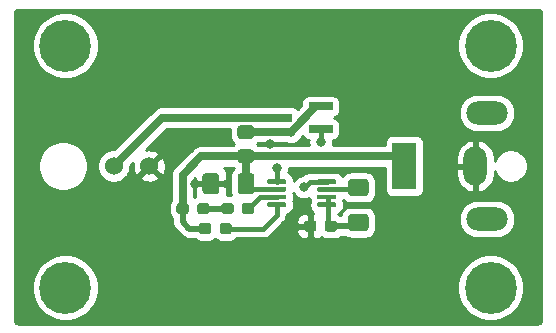
<source format=gbr>
%TF.GenerationSoftware,KiCad,Pcbnew,(5.1.6)-1*%
%TF.CreationDate,2022-05-27T14:19:17+02:00*%
%TF.ProjectId,Charger,43686172-6765-4722-9e6b-696361645f70,V1.0*%
%TF.SameCoordinates,Original*%
%TF.FileFunction,Copper,L1,Top*%
%TF.FilePolarity,Positive*%
%FSLAX46Y46*%
G04 Gerber Fmt 4.6, Leading zero omitted, Abs format (unit mm)*
G04 Created by KiCad (PCBNEW (5.1.6)-1) date 2022-05-27 14:19:17*
%MOMM*%
%LPD*%
G01*
G04 APERTURE LIST*
%TA.AperFunction,ComponentPad*%
%ADD10C,1.530000*%
%TD*%
%TA.AperFunction,ComponentPad*%
%ADD11C,4.400000*%
%TD*%
%TA.AperFunction,ComponentPad*%
%ADD12O,3.500000X2.000000*%
%TD*%
%TA.AperFunction,ComponentPad*%
%ADD13O,2.000000X3.300000*%
%TD*%
%TA.AperFunction,ComponentPad*%
%ADD14R,2.000000X4.000000*%
%TD*%
%TA.AperFunction,SMDPad,CuDef*%
%ADD15R,2.000000X0.650000*%
%TD*%
%TA.AperFunction,ViaPad*%
%ADD16C,0.800000*%
%TD*%
%TA.AperFunction,Conductor*%
%ADD17C,0.500000*%
%TD*%
%TA.AperFunction,Conductor*%
%ADD18C,0.650000*%
%TD*%
%TA.AperFunction,Conductor*%
%ADD19C,0.400000*%
%TD*%
%TA.AperFunction,Conductor*%
%ADD20C,0.250000*%
%TD*%
%TA.AperFunction,Conductor*%
%ADD21C,0.254000*%
%TD*%
G04 APERTURE END LIST*
D10*
%TO.P,J2,2*%
%TO.N,GNDREF*%
X140100000Y-88200000D03*
%TO.P,J2,1*%
%TO.N,Net-(J2-Pad1)*%
X137100000Y-88200000D03*
%TD*%
D11*
%TO.P,H4,1*%
%TO.N,N/C*%
X169000000Y-78000000D03*
%TD*%
%TO.P,H3,1*%
%TO.N,N/C*%
X169000000Y-98500000D03*
%TD*%
%TO.P,H2,1*%
%TO.N,N/C*%
X133000000Y-98500000D03*
%TD*%
%TO.P,H1,1*%
%TO.N,N/C*%
X133000000Y-78000000D03*
%TD*%
%TO.P,R1,2*%
%TO.N,Net-(Q1-Pad2)*%
%TA.AperFunction,SMDPad,CuDef*%
G36*
G01*
X148710001Y-85900000D02*
X147809999Y-85900000D01*
G75*
G02*
X147560000Y-85650001I0J249999D01*
G01*
X147560000Y-84999999D01*
G75*
G02*
X147809999Y-84750000I249999J0D01*
G01*
X148710001Y-84750000D01*
G75*
G02*
X148960000Y-84999999I0J-249999D01*
G01*
X148960000Y-85650001D01*
G75*
G02*
X148710001Y-85900000I-249999J0D01*
G01*
G37*
%TD.AperFunction*%
%TO.P,R1,1*%
%TO.N,Net-(C1-Pad1)*%
%TA.AperFunction,SMDPad,CuDef*%
G36*
G01*
X148710001Y-87950000D02*
X147809999Y-87950000D01*
G75*
G02*
X147560000Y-87700001I0J249999D01*
G01*
X147560000Y-87049999D01*
G75*
G02*
X147809999Y-86800000I249999J0D01*
G01*
X148710001Y-86800000D01*
G75*
G02*
X148960000Y-87049999I0J-249999D01*
G01*
X148960000Y-87700001D01*
G75*
G02*
X148710001Y-87950000I-249999J0D01*
G01*
G37*
%TD.AperFunction*%
%TD*%
%TO.P,U1,8*%
%TO.N,Net-(Q1-Pad1)*%
%TA.AperFunction,SMDPad,CuDef*%
G36*
G01*
X154300000Y-89625000D02*
X154300000Y-89425000D01*
G75*
G02*
X154400000Y-89325000I100000J0D01*
G01*
X155825000Y-89325000D01*
G75*
G02*
X155925000Y-89425000I0J-100000D01*
G01*
X155925000Y-89625000D01*
G75*
G02*
X155825000Y-89725000I-100000J0D01*
G01*
X154400000Y-89725000D01*
G75*
G02*
X154300000Y-89625000I0J100000D01*
G01*
G37*
%TD.AperFunction*%
%TO.P,U1,7*%
%TO.N,Net-(C2-Pad1)*%
%TA.AperFunction,SMDPad,CuDef*%
G36*
G01*
X154300000Y-90275000D02*
X154300000Y-90075000D01*
G75*
G02*
X154400000Y-89975000I100000J0D01*
G01*
X155825000Y-89975000D01*
G75*
G02*
X155925000Y-90075000I0J-100000D01*
G01*
X155925000Y-90275000D01*
G75*
G02*
X155825000Y-90375000I-100000J0D01*
G01*
X154400000Y-90375000D01*
G75*
G02*
X154300000Y-90275000I0J100000D01*
G01*
G37*
%TD.AperFunction*%
%TO.P,U1,6*%
%TO.N,Net-(C2-Pad2)*%
%TA.AperFunction,SMDPad,CuDef*%
G36*
G01*
X154300000Y-90925000D02*
X154300000Y-90725000D01*
G75*
G02*
X154400000Y-90625000I100000J0D01*
G01*
X155825000Y-90625000D01*
G75*
G02*
X155925000Y-90725000I0J-100000D01*
G01*
X155925000Y-90925000D01*
G75*
G02*
X155825000Y-91025000I-100000J0D01*
G01*
X154400000Y-91025000D01*
G75*
G02*
X154300000Y-90925000I0J100000D01*
G01*
G37*
%TD.AperFunction*%
%TO.P,U1,5*%
%TA.AperFunction,SMDPad,CuDef*%
G36*
G01*
X154300000Y-91575000D02*
X154300000Y-91375000D01*
G75*
G02*
X154400000Y-91275000I100000J0D01*
G01*
X155825000Y-91275000D01*
G75*
G02*
X155925000Y-91375000I0J-100000D01*
G01*
X155925000Y-91575000D01*
G75*
G02*
X155825000Y-91675000I-100000J0D01*
G01*
X154400000Y-91675000D01*
G75*
G02*
X154300000Y-91575000I0J100000D01*
G01*
G37*
%TD.AperFunction*%
%TO.P,U1,4*%
%TO.N,Net-(R3-Pad1)*%
%TA.AperFunction,SMDPad,CuDef*%
G36*
G01*
X150075000Y-91575000D02*
X150075000Y-91375000D01*
G75*
G02*
X150175000Y-91275000I100000J0D01*
G01*
X151600000Y-91275000D01*
G75*
G02*
X151700000Y-91375000I0J-100000D01*
G01*
X151700000Y-91575000D01*
G75*
G02*
X151600000Y-91675000I-100000J0D01*
G01*
X150175000Y-91675000D01*
G75*
G02*
X150075000Y-91575000I0J100000D01*
G01*
G37*
%TD.AperFunction*%
%TO.P,U1,3*%
%TO.N,Net-(D1-Pad1)*%
%TA.AperFunction,SMDPad,CuDef*%
G36*
G01*
X150075000Y-90925000D02*
X150075000Y-90725000D01*
G75*
G02*
X150175000Y-90625000I100000J0D01*
G01*
X151600000Y-90625000D01*
G75*
G02*
X151700000Y-90725000I0J-100000D01*
G01*
X151700000Y-90925000D01*
G75*
G02*
X151600000Y-91025000I-100000J0D01*
G01*
X150175000Y-91025000D01*
G75*
G02*
X150075000Y-90925000I0J100000D01*
G01*
G37*
%TD.AperFunction*%
%TO.P,U1,2*%
%TO.N,Net-(C1-Pad1)*%
%TA.AperFunction,SMDPad,CuDef*%
G36*
G01*
X150075000Y-90275000D02*
X150075000Y-90075000D01*
G75*
G02*
X150175000Y-89975000I100000J0D01*
G01*
X151600000Y-89975000D01*
G75*
G02*
X151700000Y-90075000I0J-100000D01*
G01*
X151700000Y-90275000D01*
G75*
G02*
X151600000Y-90375000I-100000J0D01*
G01*
X150175000Y-90375000D01*
G75*
G02*
X150075000Y-90275000I0J100000D01*
G01*
G37*
%TD.AperFunction*%
%TO.P,U1,1*%
%TO.N,Net-(Q1-Pad2)*%
%TA.AperFunction,SMDPad,CuDef*%
G36*
G01*
X150075000Y-89625000D02*
X150075000Y-89425000D01*
G75*
G02*
X150175000Y-89325000I100000J0D01*
G01*
X151600000Y-89325000D01*
G75*
G02*
X151700000Y-89425000I0J-100000D01*
G01*
X151700000Y-89625000D01*
G75*
G02*
X151600000Y-89725000I-100000J0D01*
G01*
X150175000Y-89725000D01*
G75*
G02*
X150075000Y-89625000I0J100000D01*
G01*
G37*
%TD.AperFunction*%
%TD*%
D12*
%TO.P,J1,MP*%
%TO.N,N/C*%
X168700000Y-83700000D03*
X168700000Y-92700000D03*
D13*
%TO.P,J1,2*%
%TO.N,GNDREF*%
X167700000Y-88200000D03*
D14*
%TO.P,J1,1*%
%TO.N,Net-(C1-Pad1)*%
X161700000Y-88200000D03*
%TD*%
%TO.P,R3,2*%
%TO.N,Net-(C1-Pad1)*%
%TA.AperFunction,SMDPad,CuDef*%
G36*
G01*
X145350000Y-93262500D02*
X145350000Y-93737500D01*
G75*
G02*
X145112500Y-93975000I-237500J0D01*
G01*
X144537500Y-93975000D01*
G75*
G02*
X144300000Y-93737500I0J237500D01*
G01*
X144300000Y-93262500D01*
G75*
G02*
X144537500Y-93025000I237500J0D01*
G01*
X145112500Y-93025000D01*
G75*
G02*
X145350000Y-93262500I0J-237500D01*
G01*
G37*
%TD.AperFunction*%
%TO.P,R3,1*%
%TO.N,Net-(R3-Pad1)*%
%TA.AperFunction,SMDPad,CuDef*%
G36*
G01*
X147100000Y-93262500D02*
X147100000Y-93737500D01*
G75*
G02*
X146862500Y-93975000I-237500J0D01*
G01*
X146287500Y-93975000D01*
G75*
G02*
X146050000Y-93737500I0J237500D01*
G01*
X146050000Y-93262500D01*
G75*
G02*
X146287500Y-93025000I237500J0D01*
G01*
X146862500Y-93025000D01*
G75*
G02*
X147100000Y-93262500I0J-237500D01*
G01*
G37*
%TD.AperFunction*%
%TD*%
%TO.P,R2,2*%
%TO.N,Net-(C1-Pad1)*%
%TA.AperFunction,SMDPad,CuDef*%
G36*
G01*
X143450000Y-91562500D02*
X143450000Y-92037500D01*
G75*
G02*
X143212500Y-92275000I-237500J0D01*
G01*
X142637500Y-92275000D01*
G75*
G02*
X142400000Y-92037500I0J237500D01*
G01*
X142400000Y-91562500D01*
G75*
G02*
X142637500Y-91325000I237500J0D01*
G01*
X143212500Y-91325000D01*
G75*
G02*
X143450000Y-91562500I0J-237500D01*
G01*
G37*
%TD.AperFunction*%
%TO.P,R2,1*%
%TO.N,Net-(D1-Pad2)*%
%TA.AperFunction,SMDPad,CuDef*%
G36*
G01*
X145200000Y-91562500D02*
X145200000Y-92037500D01*
G75*
G02*
X144962500Y-92275000I-237500J0D01*
G01*
X144387500Y-92275000D01*
G75*
G02*
X144150000Y-92037500I0J237500D01*
G01*
X144150000Y-91562500D01*
G75*
G02*
X144387500Y-91325000I237500J0D01*
G01*
X144962500Y-91325000D01*
G75*
G02*
X145200000Y-91562500I0J-237500D01*
G01*
G37*
%TD.AperFunction*%
%TD*%
D15*
%TO.P,Q1,3*%
%TO.N,Net-(J2-Pad1)*%
X151190000Y-84100000D03*
%TO.P,Q1,2*%
%TO.N,Net-(Q1-Pad2)*%
X154610000Y-83150000D03*
%TO.P,Q1,1*%
%TO.N,Net-(Q1-Pad1)*%
X154610000Y-85050000D03*
%TD*%
%TO.P,D1,2*%
%TO.N,Net-(D1-Pad2)*%
%TA.AperFunction,SMDPad,CuDef*%
G36*
G01*
X147250000Y-91562500D02*
X147250000Y-92037500D01*
G75*
G02*
X147012500Y-92275000I-237500J0D01*
G01*
X146437500Y-92275000D01*
G75*
G02*
X146200000Y-92037500I0J237500D01*
G01*
X146200000Y-91562500D01*
G75*
G02*
X146437500Y-91325000I237500J0D01*
G01*
X147012500Y-91325000D01*
G75*
G02*
X147250000Y-91562500I0J-237500D01*
G01*
G37*
%TD.AperFunction*%
%TO.P,D1,1*%
%TO.N,Net-(D1-Pad1)*%
%TA.AperFunction,SMDPad,CuDef*%
G36*
G01*
X149000000Y-91562500D02*
X149000000Y-92037500D01*
G75*
G02*
X148762500Y-92275000I-237500J0D01*
G01*
X148187500Y-92275000D01*
G75*
G02*
X147950000Y-92037500I0J237500D01*
G01*
X147950000Y-91562500D01*
G75*
G02*
X148187500Y-91325000I237500J0D01*
G01*
X148762500Y-91325000D01*
G75*
G02*
X149000000Y-91562500I0J-237500D01*
G01*
G37*
%TD.AperFunction*%
%TD*%
%TO.P,C3,2*%
%TO.N,GNDREF*%
%TA.AperFunction,SMDPad,CuDef*%
G36*
G01*
X154250000Y-93062500D02*
X154250000Y-93537500D01*
G75*
G02*
X154012500Y-93775000I-237500J0D01*
G01*
X153437500Y-93775000D01*
G75*
G02*
X153200000Y-93537500I0J237500D01*
G01*
X153200000Y-93062500D01*
G75*
G02*
X153437500Y-92825000I237500J0D01*
G01*
X154012500Y-92825000D01*
G75*
G02*
X154250000Y-93062500I0J-237500D01*
G01*
G37*
%TD.AperFunction*%
%TO.P,C3,1*%
%TO.N,Net-(C2-Pad2)*%
%TA.AperFunction,SMDPad,CuDef*%
G36*
G01*
X156000000Y-93062500D02*
X156000000Y-93537500D01*
G75*
G02*
X155762500Y-93775000I-237500J0D01*
G01*
X155187500Y-93775000D01*
G75*
G02*
X154950000Y-93537500I0J237500D01*
G01*
X154950000Y-93062500D01*
G75*
G02*
X155187500Y-92825000I237500J0D01*
G01*
X155762500Y-92825000D01*
G75*
G02*
X156000000Y-93062500I0J-237500D01*
G01*
G37*
%TD.AperFunction*%
%TD*%
%TO.P,C2,2*%
%TO.N,Net-(C2-Pad2)*%
%TA.AperFunction,SMDPad,CuDef*%
G36*
G01*
X157175000Y-92275000D02*
X158425000Y-92275000D01*
G75*
G02*
X158675000Y-92525000I0J-250000D01*
G01*
X158675000Y-93450000D01*
G75*
G02*
X158425000Y-93700000I-250000J0D01*
G01*
X157175000Y-93700000D01*
G75*
G02*
X156925000Y-93450000I0J250000D01*
G01*
X156925000Y-92525000D01*
G75*
G02*
X157175000Y-92275000I250000J0D01*
G01*
G37*
%TD.AperFunction*%
%TO.P,C2,1*%
%TO.N,Net-(C2-Pad1)*%
%TA.AperFunction,SMDPad,CuDef*%
G36*
G01*
X157175000Y-89300000D02*
X158425000Y-89300000D01*
G75*
G02*
X158675000Y-89550000I0J-250000D01*
G01*
X158675000Y-90475000D01*
G75*
G02*
X158425000Y-90725000I-250000J0D01*
G01*
X157175000Y-90725000D01*
G75*
G02*
X156925000Y-90475000I0J250000D01*
G01*
X156925000Y-89550000D01*
G75*
G02*
X157175000Y-89300000I250000J0D01*
G01*
G37*
%TD.AperFunction*%
%TD*%
%TO.P,C1,2*%
%TO.N,GNDREF*%
%TA.AperFunction,SMDPad,CuDef*%
G36*
G01*
X146025000Y-89075000D02*
X146025000Y-90325000D01*
G75*
G02*
X145775000Y-90575000I-250000J0D01*
G01*
X144850000Y-90575000D01*
G75*
G02*
X144600000Y-90325000I0J250000D01*
G01*
X144600000Y-89075000D01*
G75*
G02*
X144850000Y-88825000I250000J0D01*
G01*
X145775000Y-88825000D01*
G75*
G02*
X146025000Y-89075000I0J-250000D01*
G01*
G37*
%TD.AperFunction*%
%TO.P,C1,1*%
%TO.N,Net-(C1-Pad1)*%
%TA.AperFunction,SMDPad,CuDef*%
G36*
G01*
X149000000Y-89075000D02*
X149000000Y-90325000D01*
G75*
G02*
X148750000Y-90575000I-250000J0D01*
G01*
X147825000Y-90575000D01*
G75*
G02*
X147575000Y-90325000I0J250000D01*
G01*
X147575000Y-89075000D01*
G75*
G02*
X147825000Y-88825000I250000J0D01*
G01*
X148750000Y-88825000D01*
G75*
G02*
X149000000Y-89075000I0J-250000D01*
G01*
G37*
%TD.AperFunction*%
%TD*%
D16*
%TO.N,GNDREF*%
X130291667Y-81942500D03*
X130291667Y-90942500D03*
X134291667Y-84942500D03*
X134291667Y-93942500D03*
X137291667Y-76942500D03*
X137291667Y-97942500D03*
X138291667Y-90942500D03*
X139291667Y-81942500D03*
X141291667Y-94942500D03*
X142291667Y-85942500D03*
X143000000Y-77942500D03*
X143291667Y-99942500D03*
X146291667Y-81942500D03*
X147291667Y-95942500D03*
X149291667Y-76942500D03*
X150291667Y-99942500D03*
X152000000Y-80500000D03*
X152291667Y-92942500D03*
X155291667Y-96942500D03*
X156291667Y-76942500D03*
X157291667Y-82942500D03*
X159291667Y-99942500D03*
X160291667Y-91942500D03*
X161291667Y-78942500D03*
X163291667Y-83942500D03*
X163291667Y-95942500D03*
X165291667Y-88942500D03*
X172291667Y-80942500D03*
X172291667Y-94942500D03*
X146700000Y-89700000D03*
X150300000Y-86300000D03*
X144000000Y-89700000D03*
%TO.N,Net-(Q1-Pad2)*%
X152064998Y-85325000D03*
X150900000Y-88400000D03*
%TO.N,Net-(Q1-Pad1)*%
X154610000Y-86190000D03*
X153200000Y-90000000D03*
%TD*%
D17*
%TO.N,Net-(C1-Pad1)*%
X142925000Y-91800000D02*
X142925000Y-92925000D01*
X143500000Y-93500000D02*
X144825000Y-93500000D01*
X142925000Y-92925000D02*
X143500000Y-93500000D01*
D18*
X148260000Y-89672500D02*
X148287500Y-89700000D01*
X148260000Y-87375000D02*
X148260000Y-89672500D01*
X142925000Y-88925000D02*
X142925000Y-91800000D01*
X148260000Y-87375000D02*
X144475000Y-87375000D01*
X144475000Y-87375000D02*
X142925000Y-88925000D01*
D19*
X148762500Y-90175000D02*
X148287500Y-89700000D01*
X150887500Y-90175000D02*
X148762500Y-90175000D01*
D18*
X160875000Y-87375000D02*
X161700000Y-88200000D01*
X148260000Y-87375000D02*
X160875000Y-87375000D01*
D17*
%TO.N,Net-(C2-Pad2)*%
X157487500Y-93300000D02*
X155475000Y-93300000D01*
X157800000Y-92987500D02*
X157487500Y-93300000D01*
D19*
X155112500Y-90825000D02*
X155250000Y-90962500D01*
X155250000Y-93075000D02*
X155475000Y-93300000D01*
X155250000Y-90962500D02*
X155250000Y-93075000D01*
%TO.N,Net-(C2-Pad1)*%
X157637500Y-90175000D02*
X157800000Y-90012500D01*
X155112500Y-90175000D02*
X157637500Y-90175000D01*
D17*
%TO.N,Net-(D1-Pad2)*%
X144675000Y-91800000D02*
X146725000Y-91800000D01*
%TO.N,Net-(D1-Pad1)*%
X148475000Y-91800000D02*
X148600000Y-91800000D01*
D19*
X149450000Y-90825000D02*
X150887500Y-90825000D01*
X148475000Y-91800000D02*
X149450000Y-90825000D01*
D18*
%TO.N,Net-(J2-Pad1)*%
X141200000Y-84100000D02*
X137100000Y-88200000D01*
X151190000Y-84100000D02*
X141200000Y-84100000D01*
%TO.N,Net-(Q1-Pad2)*%
X152064998Y-85325000D02*
X148260000Y-85325000D01*
X154610000Y-83150000D02*
X154239998Y-83150000D01*
X154239998Y-83150000D02*
X152064998Y-85325000D01*
D19*
X150887500Y-89525000D02*
X150887500Y-88412500D01*
D20*
X150887500Y-88412500D02*
X150900000Y-88400000D01*
D19*
%TO.N,Net-(Q1-Pad1)*%
X154610000Y-85050000D02*
X154610000Y-86190000D01*
X155112500Y-89525000D02*
X153675000Y-89525000D01*
X153675000Y-89525000D02*
X153200000Y-90000000D01*
%TO.N,Net-(R3-Pad1)*%
X146575000Y-93500000D02*
X149750000Y-93500000D01*
X150887500Y-92362500D02*
X150887500Y-91475000D01*
X149750000Y-93500000D02*
X150887500Y-92362500D01*
%TD*%
D21*
%TO.N,GNDREF*%
G36*
X173055665Y-74968863D02*
G01*
X173109214Y-74985030D01*
X173158597Y-75011288D01*
X173201945Y-75046641D01*
X173237600Y-75089740D01*
X173264201Y-75138937D01*
X173280742Y-75192375D01*
X173290001Y-75280464D01*
X173290000Y-101215279D01*
X173281138Y-101305664D01*
X173264970Y-101359214D01*
X173238712Y-101408597D01*
X173203357Y-101451947D01*
X173160261Y-101487599D01*
X173111063Y-101514201D01*
X173057625Y-101530742D01*
X172969545Y-101540000D01*
X129034721Y-101540000D01*
X128944336Y-101531138D01*
X128890786Y-101514970D01*
X128841403Y-101488712D01*
X128798053Y-101453357D01*
X128762401Y-101410261D01*
X128735799Y-101361063D01*
X128719258Y-101307625D01*
X128710000Y-101219545D01*
X128710000Y-98220777D01*
X130165000Y-98220777D01*
X130165000Y-98779223D01*
X130273948Y-99326939D01*
X130487656Y-99842876D01*
X130797912Y-100307207D01*
X131192793Y-100702088D01*
X131657124Y-101012344D01*
X132173061Y-101226052D01*
X132720777Y-101335000D01*
X133279223Y-101335000D01*
X133826939Y-101226052D01*
X134342876Y-101012344D01*
X134807207Y-100702088D01*
X135202088Y-100307207D01*
X135512344Y-99842876D01*
X135726052Y-99326939D01*
X135835000Y-98779223D01*
X135835000Y-98220777D01*
X166165000Y-98220777D01*
X166165000Y-98779223D01*
X166273948Y-99326939D01*
X166487656Y-99842876D01*
X166797912Y-100307207D01*
X167192793Y-100702088D01*
X167657124Y-101012344D01*
X168173061Y-101226052D01*
X168720777Y-101335000D01*
X169279223Y-101335000D01*
X169826939Y-101226052D01*
X170342876Y-101012344D01*
X170807207Y-100702088D01*
X171202088Y-100307207D01*
X171512344Y-99842876D01*
X171726052Y-99326939D01*
X171835000Y-98779223D01*
X171835000Y-98220777D01*
X171726052Y-97673061D01*
X171512344Y-97157124D01*
X171202088Y-96692793D01*
X170807207Y-96297912D01*
X170342876Y-95987656D01*
X169826939Y-95773948D01*
X169279223Y-95665000D01*
X168720777Y-95665000D01*
X168173061Y-95773948D01*
X167657124Y-95987656D01*
X167192793Y-96297912D01*
X166797912Y-96692793D01*
X166487656Y-97157124D01*
X166273948Y-97673061D01*
X166165000Y-98220777D01*
X135835000Y-98220777D01*
X135726052Y-97673061D01*
X135512344Y-97157124D01*
X135202088Y-96692793D01*
X134807207Y-96297912D01*
X134342876Y-95987656D01*
X133826939Y-95773948D01*
X133279223Y-95665000D01*
X132720777Y-95665000D01*
X132173061Y-95773948D01*
X131657124Y-95987656D01*
X131192793Y-96297912D01*
X130797912Y-96692793D01*
X130487656Y-97157124D01*
X130273948Y-97673061D01*
X130165000Y-98220777D01*
X128710000Y-98220777D01*
X128710000Y-87989721D01*
X130665000Y-87989721D01*
X130665000Y-88410279D01*
X130747047Y-88822756D01*
X130907988Y-89211302D01*
X131141637Y-89560983D01*
X131439017Y-89858363D01*
X131788698Y-90092012D01*
X132177244Y-90252953D01*
X132589721Y-90335000D01*
X133010279Y-90335000D01*
X133422756Y-90252953D01*
X133811302Y-90092012D01*
X134160983Y-89858363D01*
X134458363Y-89560983D01*
X134692012Y-89211302D01*
X134852953Y-88822756D01*
X134935000Y-88410279D01*
X134935000Y-88062112D01*
X135700000Y-88062112D01*
X135700000Y-88337888D01*
X135753801Y-88608365D01*
X135859336Y-88863149D01*
X136012549Y-89092448D01*
X136207552Y-89287451D01*
X136436851Y-89440664D01*
X136691635Y-89546199D01*
X136962112Y-89600000D01*
X137237888Y-89600000D01*
X137508365Y-89546199D01*
X137763149Y-89440664D01*
X137992448Y-89287451D01*
X138112192Y-89167707D01*
X139311898Y-89167707D01*
X139379240Y-89408106D01*
X139628780Y-89525506D01*
X139896427Y-89591967D01*
X140171899Y-89604936D01*
X140444607Y-89563914D01*
X140704072Y-89470478D01*
X140820760Y-89408106D01*
X140888102Y-89167707D01*
X140100000Y-88379605D01*
X139311898Y-89167707D01*
X138112192Y-89167707D01*
X138187451Y-89092448D01*
X138340664Y-88863149D01*
X138446199Y-88608365D01*
X138500000Y-88337888D01*
X138500000Y-88157644D01*
X138723498Y-87934146D01*
X138708033Y-87996427D01*
X138695064Y-88271899D01*
X138736086Y-88544607D01*
X138829522Y-88804072D01*
X138891894Y-88920760D01*
X139132293Y-88988102D01*
X139920395Y-88200000D01*
X140279605Y-88200000D01*
X141067707Y-88988102D01*
X141308106Y-88920760D01*
X141425506Y-88671220D01*
X141491967Y-88403573D01*
X141504936Y-88128101D01*
X141463914Y-87855393D01*
X141370478Y-87595928D01*
X141308106Y-87479240D01*
X141067707Y-87411898D01*
X140279605Y-88200000D01*
X139920395Y-88200000D01*
X139906253Y-88185858D01*
X140085858Y-88006253D01*
X140100000Y-88020395D01*
X140888102Y-87232293D01*
X140820760Y-86991894D01*
X140571220Y-86874494D01*
X140303573Y-86808033D01*
X140028101Y-86795064D01*
X139833274Y-86824371D01*
X141597645Y-85060000D01*
X146921928Y-85060000D01*
X146921928Y-85650001D01*
X146938992Y-85823255D01*
X146989528Y-85989851D01*
X147071595Y-86143387D01*
X147182038Y-86277962D01*
X147269816Y-86350000D01*
X147190614Y-86415000D01*
X144522151Y-86415000D01*
X144474999Y-86410356D01*
X144427847Y-86415000D01*
X144427838Y-86415000D01*
X144286807Y-86428890D01*
X144105846Y-86483784D01*
X143939071Y-86572927D01*
X143837669Y-86656146D01*
X143792893Y-86692893D01*
X143762829Y-86729526D01*
X142279531Y-88212825D01*
X142242893Y-88242893D01*
X142122927Y-88389072D01*
X142033784Y-88555847D01*
X141978890Y-88736808D01*
X141965000Y-88877839D01*
X141965000Y-88877848D01*
X141960356Y-88925000D01*
X141965000Y-88972152D01*
X141965001Y-91008416D01*
X141909488Y-91076058D01*
X141828577Y-91227433D01*
X141778752Y-91391684D01*
X141761928Y-91562500D01*
X141761928Y-92037500D01*
X141778752Y-92208316D01*
X141828577Y-92372567D01*
X141909488Y-92523942D01*
X142018377Y-92656623D01*
X142040001Y-92674369D01*
X142040001Y-92881522D01*
X142035719Y-92925000D01*
X142052805Y-93098490D01*
X142103412Y-93265313D01*
X142185590Y-93419059D01*
X142268468Y-93520046D01*
X142268471Y-93520049D01*
X142296184Y-93553817D01*
X142329952Y-93581530D01*
X142843466Y-94095044D01*
X142871183Y-94128817D01*
X143005941Y-94239411D01*
X143159687Y-94321589D01*
X143326510Y-94372195D01*
X143456523Y-94385000D01*
X143456531Y-94385000D01*
X143500000Y-94389281D01*
X143543469Y-94385000D01*
X143952954Y-94385000D01*
X144051058Y-94465512D01*
X144202433Y-94546423D01*
X144366684Y-94596248D01*
X144537500Y-94613072D01*
X145112500Y-94613072D01*
X145283316Y-94596248D01*
X145447567Y-94546423D01*
X145598942Y-94465512D01*
X145700000Y-94382575D01*
X145801058Y-94465512D01*
X145952433Y-94546423D01*
X146116684Y-94596248D01*
X146287500Y-94613072D01*
X146862500Y-94613072D01*
X147033316Y-94596248D01*
X147197567Y-94546423D01*
X147348942Y-94465512D01*
X147481623Y-94356623D01*
X147499369Y-94335000D01*
X149708982Y-94335000D01*
X149750000Y-94339040D01*
X149791018Y-94335000D01*
X149791019Y-94335000D01*
X149913689Y-94322918D01*
X150071087Y-94275172D01*
X150216146Y-94197636D01*
X150343291Y-94093291D01*
X150369445Y-94061422D01*
X150655867Y-93775000D01*
X152561928Y-93775000D01*
X152574188Y-93899482D01*
X152610498Y-94019180D01*
X152669463Y-94129494D01*
X152748815Y-94226185D01*
X152845506Y-94305537D01*
X152955820Y-94364502D01*
X153075518Y-94400812D01*
X153200000Y-94413072D01*
X153439250Y-94410000D01*
X153598000Y-94251250D01*
X153598000Y-93427000D01*
X152723750Y-93427000D01*
X152565000Y-93585750D01*
X152561928Y-93775000D01*
X150655867Y-93775000D01*
X151448933Y-92981936D01*
X151480791Y-92955791D01*
X151521072Y-92906709D01*
X151585136Y-92828646D01*
X151587084Y-92825000D01*
X152561928Y-92825000D01*
X152565000Y-93014250D01*
X152723750Y-93173000D01*
X153598000Y-93173000D01*
X153598000Y-92348750D01*
X153439250Y-92190000D01*
X153200000Y-92186928D01*
X153075518Y-92199188D01*
X152955820Y-92235498D01*
X152845506Y-92294463D01*
X152748815Y-92373815D01*
X152669463Y-92470506D01*
X152610498Y-92580820D01*
X152574188Y-92700518D01*
X152561928Y-92825000D01*
X151587084Y-92825000D01*
X151662672Y-92683587D01*
X151710418Y-92526189D01*
X151726540Y-92362500D01*
X151722500Y-92321482D01*
X151722500Y-92301007D01*
X151743991Y-92298890D01*
X151882448Y-92256890D01*
X152010051Y-92188684D01*
X152121896Y-92096896D01*
X152213684Y-91985051D01*
X152281890Y-91857448D01*
X152323890Y-91718991D01*
X152338072Y-91575000D01*
X152338072Y-91375000D01*
X152323890Y-91231009D01*
X152299316Y-91150000D01*
X152323890Y-91068991D01*
X152338072Y-90925000D01*
X152338072Y-90725000D01*
X152323890Y-90581009D01*
X152307640Y-90527439D01*
X152396063Y-90659774D01*
X152540226Y-90803937D01*
X152709744Y-90917205D01*
X152898102Y-90995226D01*
X153098061Y-91035000D01*
X153301939Y-91035000D01*
X153501898Y-90995226D01*
X153662301Y-90928785D01*
X153676110Y-91068991D01*
X153700684Y-91150000D01*
X153676110Y-91231009D01*
X153661928Y-91375000D01*
X153661928Y-91575000D01*
X153676110Y-91718991D01*
X153718110Y-91857448D01*
X153786316Y-91985051D01*
X153878104Y-92096896D01*
X153989949Y-92188684D01*
X154004362Y-92196388D01*
X153852000Y-92348750D01*
X153852000Y-93173000D01*
X153872000Y-93173000D01*
X153872000Y-93427000D01*
X153852000Y-93427000D01*
X153852000Y-94251250D01*
X154010750Y-94410000D01*
X154250000Y-94413072D01*
X154374482Y-94400812D01*
X154494180Y-94364502D01*
X154604494Y-94305537D01*
X154677161Y-94245901D01*
X154701058Y-94265512D01*
X154852433Y-94346423D01*
X155016684Y-94396248D01*
X155187500Y-94413072D01*
X155762500Y-94413072D01*
X155933316Y-94396248D01*
X156097567Y-94346423D01*
X156248942Y-94265512D01*
X156347046Y-94185000D01*
X156677465Y-94185000D01*
X156681614Y-94188405D01*
X156835150Y-94270472D01*
X157001746Y-94321008D01*
X157175000Y-94338072D01*
X158425000Y-94338072D01*
X158598254Y-94321008D01*
X158764850Y-94270472D01*
X158918386Y-94188405D01*
X159052962Y-94077962D01*
X159163405Y-93943386D01*
X159245472Y-93789850D01*
X159296008Y-93623254D01*
X159313072Y-93450000D01*
X159313072Y-92700000D01*
X166307089Y-92700000D01*
X166338657Y-93020516D01*
X166432148Y-93328715D01*
X166583969Y-93612752D01*
X166788286Y-93861714D01*
X167037248Y-94066031D01*
X167321285Y-94217852D01*
X167629484Y-94311343D01*
X167869678Y-94335000D01*
X169530322Y-94335000D01*
X169770516Y-94311343D01*
X170078715Y-94217852D01*
X170362752Y-94066031D01*
X170611714Y-93861714D01*
X170816031Y-93612752D01*
X170967852Y-93328715D01*
X171061343Y-93020516D01*
X171092911Y-92700000D01*
X171061343Y-92379484D01*
X170967852Y-92071285D01*
X170816031Y-91787248D01*
X170611714Y-91538286D01*
X170362752Y-91333969D01*
X170078715Y-91182148D01*
X169770516Y-91088657D01*
X169530322Y-91065000D01*
X167869678Y-91065000D01*
X167629484Y-91088657D01*
X167321285Y-91182148D01*
X167037248Y-91333969D01*
X166788286Y-91538286D01*
X166583969Y-91787248D01*
X166432148Y-92071285D01*
X166338657Y-92379484D01*
X166307089Y-92700000D01*
X159313072Y-92700000D01*
X159313072Y-92525000D01*
X159296008Y-92351746D01*
X159245472Y-92185150D01*
X159163405Y-92031614D01*
X159052962Y-91897038D01*
X158918386Y-91786595D01*
X158764850Y-91704528D01*
X158598254Y-91653992D01*
X158425000Y-91636928D01*
X157175000Y-91636928D01*
X157001746Y-91653992D01*
X156835150Y-91704528D01*
X156681614Y-91786595D01*
X156547038Y-91897038D01*
X156436595Y-92031614D01*
X156354528Y-92185150D01*
X156303992Y-92351746D01*
X156301448Y-92377579D01*
X156248942Y-92334488D01*
X156105099Y-92257603D01*
X156107448Y-92256890D01*
X156235051Y-92188684D01*
X156346896Y-92096896D01*
X156438684Y-91985051D01*
X156506890Y-91857448D01*
X156548890Y-91718991D01*
X156563072Y-91575000D01*
X156563072Y-91375000D01*
X156548890Y-91231009D01*
X156524316Y-91150000D01*
X156540866Y-91095442D01*
X156547038Y-91102962D01*
X156681614Y-91213405D01*
X156835150Y-91295472D01*
X157001746Y-91346008D01*
X157175000Y-91363072D01*
X158425000Y-91363072D01*
X158598254Y-91346008D01*
X158764850Y-91295472D01*
X158918386Y-91213405D01*
X159052962Y-91102962D01*
X159163405Y-90968386D01*
X159245472Y-90814850D01*
X159296008Y-90648254D01*
X159313072Y-90475000D01*
X159313072Y-89550000D01*
X159296008Y-89376746D01*
X159245472Y-89210150D01*
X159163405Y-89056614D01*
X159052962Y-88922038D01*
X158918386Y-88811595D01*
X158764850Y-88729528D01*
X158598254Y-88678992D01*
X158425000Y-88661928D01*
X157175000Y-88661928D01*
X157001746Y-88678992D01*
X156835150Y-88729528D01*
X156681614Y-88811595D01*
X156547038Y-88922038D01*
X156451347Y-89038639D01*
X156438684Y-89014949D01*
X156346896Y-88903104D01*
X156235051Y-88811316D01*
X156107448Y-88743110D01*
X155968991Y-88701110D01*
X155825000Y-88686928D01*
X154400000Y-88686928D01*
X154368810Y-88690000D01*
X153716007Y-88690000D01*
X153674999Y-88685961D01*
X153633991Y-88690000D01*
X153633981Y-88690000D01*
X153511311Y-88702082D01*
X153353913Y-88749828D01*
X153208854Y-88827364D01*
X153081709Y-88931709D01*
X153055554Y-88963579D01*
X153043226Y-88975907D01*
X152898102Y-89004774D01*
X152709744Y-89082795D01*
X152540226Y-89196063D01*
X152396063Y-89340226D01*
X152338072Y-89427016D01*
X152338072Y-89425000D01*
X152323890Y-89281009D01*
X152281890Y-89142552D01*
X152213684Y-89014949D01*
X152121896Y-88903104D01*
X152010051Y-88811316D01*
X151882448Y-88743110D01*
X151878634Y-88741953D01*
X151895226Y-88701898D01*
X151935000Y-88501939D01*
X151935000Y-88335000D01*
X160061928Y-88335000D01*
X160061928Y-90200000D01*
X160074188Y-90324482D01*
X160110498Y-90444180D01*
X160169463Y-90554494D01*
X160248815Y-90651185D01*
X160345506Y-90730537D01*
X160455820Y-90789502D01*
X160575518Y-90825812D01*
X160700000Y-90838072D01*
X162700000Y-90838072D01*
X162824482Y-90825812D01*
X162944180Y-90789502D01*
X163054494Y-90730537D01*
X163151185Y-90651185D01*
X163230537Y-90554494D01*
X163289502Y-90444180D01*
X163325812Y-90324482D01*
X163338072Y-90200000D01*
X163338072Y-88327000D01*
X166065000Y-88327000D01*
X166065000Y-88977000D01*
X166121193Y-89293532D01*
X166238058Y-89593020D01*
X166411105Y-89863954D01*
X166633683Y-90095922D01*
X166897239Y-90280010D01*
X167191645Y-90409144D01*
X167319566Y-90440124D01*
X167573000Y-90320777D01*
X167573000Y-88327000D01*
X166065000Y-88327000D01*
X163338072Y-88327000D01*
X163338072Y-87423000D01*
X166065000Y-87423000D01*
X166065000Y-88073000D01*
X167573000Y-88073000D01*
X167573000Y-86079223D01*
X167827000Y-86079223D01*
X167827000Y-88073000D01*
X167847000Y-88073000D01*
X167847000Y-88327000D01*
X167827000Y-88327000D01*
X167827000Y-90320777D01*
X168080434Y-90440124D01*
X168208355Y-90409144D01*
X168502761Y-90280010D01*
X168766317Y-90095922D01*
X168988895Y-89863954D01*
X169161942Y-89593020D01*
X169278807Y-89293532D01*
X169335000Y-88977000D01*
X169335000Y-88654432D01*
X169428320Y-88879727D01*
X169585363Y-89114759D01*
X169785241Y-89314637D01*
X170020273Y-89471680D01*
X170281426Y-89579853D01*
X170558665Y-89635000D01*
X170841335Y-89635000D01*
X171118574Y-89579853D01*
X171379727Y-89471680D01*
X171614759Y-89314637D01*
X171814637Y-89114759D01*
X171971680Y-88879727D01*
X172079853Y-88618574D01*
X172135000Y-88341335D01*
X172135000Y-88058665D01*
X172079853Y-87781426D01*
X171971680Y-87520273D01*
X171814637Y-87285241D01*
X171614759Y-87085363D01*
X171379727Y-86928320D01*
X171118574Y-86820147D01*
X170841335Y-86765000D01*
X170558665Y-86765000D01*
X170281426Y-86820147D01*
X170020273Y-86928320D01*
X169785241Y-87085363D01*
X169585363Y-87285241D01*
X169428320Y-87520273D01*
X169335000Y-87745568D01*
X169335000Y-87423000D01*
X169278807Y-87106468D01*
X169161942Y-86806980D01*
X168988895Y-86536046D01*
X168766317Y-86304078D01*
X168502761Y-86119990D01*
X168208355Y-85990856D01*
X168080434Y-85959876D01*
X167827000Y-86079223D01*
X167573000Y-86079223D01*
X167319566Y-85959876D01*
X167191645Y-85990856D01*
X166897239Y-86119990D01*
X166633683Y-86304078D01*
X166411105Y-86536046D01*
X166238058Y-86806980D01*
X166121193Y-87106468D01*
X166065000Y-87423000D01*
X163338072Y-87423000D01*
X163338072Y-86200000D01*
X163325812Y-86075518D01*
X163289502Y-85955820D01*
X163230537Y-85845506D01*
X163151185Y-85748815D01*
X163054494Y-85669463D01*
X162944180Y-85610498D01*
X162824482Y-85574188D01*
X162700000Y-85561928D01*
X160700000Y-85561928D01*
X160575518Y-85574188D01*
X160455820Y-85610498D01*
X160345506Y-85669463D01*
X160248815Y-85748815D01*
X160169463Y-85845506D01*
X160110498Y-85955820D01*
X160074188Y-86075518D01*
X160061928Y-86200000D01*
X160061928Y-86415000D01*
X155620522Y-86415000D01*
X155645000Y-86291939D01*
X155645000Y-86088061D01*
X155629698Y-86011132D01*
X155734482Y-86000812D01*
X155854180Y-85964502D01*
X155964494Y-85905537D01*
X156061185Y-85826185D01*
X156140537Y-85729494D01*
X156199502Y-85619180D01*
X156235812Y-85499482D01*
X156248072Y-85375000D01*
X156248072Y-84725000D01*
X156235812Y-84600518D01*
X156199502Y-84480820D01*
X156140537Y-84370506D01*
X156061185Y-84273815D01*
X155964494Y-84194463D01*
X155854180Y-84135498D01*
X155737159Y-84100000D01*
X155854180Y-84064502D01*
X155964494Y-84005537D01*
X156061185Y-83926185D01*
X156140537Y-83829494D01*
X156199502Y-83719180D01*
X156205320Y-83700000D01*
X166307089Y-83700000D01*
X166338657Y-84020516D01*
X166432148Y-84328715D01*
X166583969Y-84612752D01*
X166788286Y-84861714D01*
X167037248Y-85066031D01*
X167321285Y-85217852D01*
X167629484Y-85311343D01*
X167869678Y-85335000D01*
X169530322Y-85335000D01*
X169770516Y-85311343D01*
X170078715Y-85217852D01*
X170362752Y-85066031D01*
X170611714Y-84861714D01*
X170816031Y-84612752D01*
X170967852Y-84328715D01*
X171061343Y-84020516D01*
X171092911Y-83700000D01*
X171061343Y-83379484D01*
X170967852Y-83071285D01*
X170816031Y-82787248D01*
X170611714Y-82538286D01*
X170362752Y-82333969D01*
X170078715Y-82182148D01*
X169770516Y-82088657D01*
X169530322Y-82065000D01*
X167869678Y-82065000D01*
X167629484Y-82088657D01*
X167321285Y-82182148D01*
X167037248Y-82333969D01*
X166788286Y-82538286D01*
X166583969Y-82787248D01*
X166432148Y-83071285D01*
X166338657Y-83379484D01*
X166307089Y-83700000D01*
X156205320Y-83700000D01*
X156235812Y-83599482D01*
X156248072Y-83475000D01*
X156248072Y-82825000D01*
X156235812Y-82700518D01*
X156199502Y-82580820D01*
X156140537Y-82470506D01*
X156061185Y-82373815D01*
X155964494Y-82294463D01*
X155854180Y-82235498D01*
X155734482Y-82199188D01*
X155610000Y-82186928D01*
X154255958Y-82186928D01*
X154239997Y-82185356D01*
X154224036Y-82186928D01*
X153610000Y-82186928D01*
X153485518Y-82199188D01*
X153365820Y-82235498D01*
X153255506Y-82294463D01*
X153158815Y-82373815D01*
X153079463Y-82470506D01*
X153020498Y-82580820D01*
X152984188Y-82700518D01*
X152971928Y-82825000D01*
X152971928Y-83060425D01*
X152671545Y-83360809D01*
X152641185Y-83323815D01*
X152544494Y-83244463D01*
X152434180Y-83185498D01*
X152314482Y-83149188D01*
X152190000Y-83136928D01*
X150190000Y-83136928D01*
X150158808Y-83140000D01*
X141247160Y-83140000D01*
X141200000Y-83135355D01*
X141152840Y-83140000D01*
X141152838Y-83140000D01*
X141011807Y-83153890D01*
X140830846Y-83208784D01*
X140664072Y-83297927D01*
X140564695Y-83379484D01*
X140517893Y-83417893D01*
X140487829Y-83454526D01*
X137142356Y-86800000D01*
X136962112Y-86800000D01*
X136691635Y-86853801D01*
X136436851Y-86959336D01*
X136207552Y-87112549D01*
X136012549Y-87307552D01*
X135859336Y-87536851D01*
X135753801Y-87791635D01*
X135700000Y-88062112D01*
X134935000Y-88062112D01*
X134935000Y-87989721D01*
X134852953Y-87577244D01*
X134692012Y-87188698D01*
X134458363Y-86839017D01*
X134160983Y-86541637D01*
X133811302Y-86307988D01*
X133422756Y-86147047D01*
X133010279Y-86065000D01*
X132589721Y-86065000D01*
X132177244Y-86147047D01*
X131788698Y-86307988D01*
X131439017Y-86541637D01*
X131141637Y-86839017D01*
X130907988Y-87188698D01*
X130747047Y-87577244D01*
X130665000Y-87989721D01*
X128710000Y-87989721D01*
X128710000Y-77720777D01*
X130165000Y-77720777D01*
X130165000Y-78279223D01*
X130273948Y-78826939D01*
X130487656Y-79342876D01*
X130797912Y-79807207D01*
X131192793Y-80202088D01*
X131657124Y-80512344D01*
X132173061Y-80726052D01*
X132720777Y-80835000D01*
X133279223Y-80835000D01*
X133826939Y-80726052D01*
X134342876Y-80512344D01*
X134807207Y-80202088D01*
X135202088Y-79807207D01*
X135512344Y-79342876D01*
X135726052Y-78826939D01*
X135835000Y-78279223D01*
X135835000Y-77720777D01*
X166165000Y-77720777D01*
X166165000Y-78279223D01*
X166273948Y-78826939D01*
X166487656Y-79342876D01*
X166797912Y-79807207D01*
X167192793Y-80202088D01*
X167657124Y-80512344D01*
X168173061Y-80726052D01*
X168720777Y-80835000D01*
X169279223Y-80835000D01*
X169826939Y-80726052D01*
X170342876Y-80512344D01*
X170807207Y-80202088D01*
X171202088Y-79807207D01*
X171512344Y-79342876D01*
X171726052Y-78826939D01*
X171835000Y-78279223D01*
X171835000Y-77720777D01*
X171726052Y-77173061D01*
X171512344Y-76657124D01*
X171202088Y-76192793D01*
X170807207Y-75797912D01*
X170342876Y-75487656D01*
X169826939Y-75273948D01*
X169279223Y-75165000D01*
X168720777Y-75165000D01*
X168173061Y-75273948D01*
X167657124Y-75487656D01*
X167192793Y-75797912D01*
X166797912Y-76192793D01*
X166487656Y-76657124D01*
X166273948Y-77173061D01*
X166165000Y-77720777D01*
X135835000Y-77720777D01*
X135726052Y-77173061D01*
X135512344Y-76657124D01*
X135202088Y-76192793D01*
X134807207Y-75797912D01*
X134342876Y-75487656D01*
X133826939Y-75273948D01*
X133279223Y-75165000D01*
X132720777Y-75165000D01*
X132173061Y-75273948D01*
X131657124Y-75487656D01*
X131192793Y-75797912D01*
X130797912Y-76192793D01*
X130487656Y-76657124D01*
X130273948Y-77173061D01*
X130165000Y-77720777D01*
X128710000Y-77720777D01*
X128710000Y-75284722D01*
X128718863Y-75194335D01*
X128735030Y-75140786D01*
X128761288Y-75091403D01*
X128796641Y-75048055D01*
X128839740Y-75012400D01*
X128888937Y-74985799D01*
X128942375Y-74969258D01*
X129030455Y-74960000D01*
X172965278Y-74960000D01*
X173055665Y-74968863D01*
G37*
X173055665Y-74968863D02*
X173109214Y-74985030D01*
X173158597Y-75011288D01*
X173201945Y-75046641D01*
X173237600Y-75089740D01*
X173264201Y-75138937D01*
X173280742Y-75192375D01*
X173290001Y-75280464D01*
X173290000Y-101215279D01*
X173281138Y-101305664D01*
X173264970Y-101359214D01*
X173238712Y-101408597D01*
X173203357Y-101451947D01*
X173160261Y-101487599D01*
X173111063Y-101514201D01*
X173057625Y-101530742D01*
X172969545Y-101540000D01*
X129034721Y-101540000D01*
X128944336Y-101531138D01*
X128890786Y-101514970D01*
X128841403Y-101488712D01*
X128798053Y-101453357D01*
X128762401Y-101410261D01*
X128735799Y-101361063D01*
X128719258Y-101307625D01*
X128710000Y-101219545D01*
X128710000Y-98220777D01*
X130165000Y-98220777D01*
X130165000Y-98779223D01*
X130273948Y-99326939D01*
X130487656Y-99842876D01*
X130797912Y-100307207D01*
X131192793Y-100702088D01*
X131657124Y-101012344D01*
X132173061Y-101226052D01*
X132720777Y-101335000D01*
X133279223Y-101335000D01*
X133826939Y-101226052D01*
X134342876Y-101012344D01*
X134807207Y-100702088D01*
X135202088Y-100307207D01*
X135512344Y-99842876D01*
X135726052Y-99326939D01*
X135835000Y-98779223D01*
X135835000Y-98220777D01*
X166165000Y-98220777D01*
X166165000Y-98779223D01*
X166273948Y-99326939D01*
X166487656Y-99842876D01*
X166797912Y-100307207D01*
X167192793Y-100702088D01*
X167657124Y-101012344D01*
X168173061Y-101226052D01*
X168720777Y-101335000D01*
X169279223Y-101335000D01*
X169826939Y-101226052D01*
X170342876Y-101012344D01*
X170807207Y-100702088D01*
X171202088Y-100307207D01*
X171512344Y-99842876D01*
X171726052Y-99326939D01*
X171835000Y-98779223D01*
X171835000Y-98220777D01*
X171726052Y-97673061D01*
X171512344Y-97157124D01*
X171202088Y-96692793D01*
X170807207Y-96297912D01*
X170342876Y-95987656D01*
X169826939Y-95773948D01*
X169279223Y-95665000D01*
X168720777Y-95665000D01*
X168173061Y-95773948D01*
X167657124Y-95987656D01*
X167192793Y-96297912D01*
X166797912Y-96692793D01*
X166487656Y-97157124D01*
X166273948Y-97673061D01*
X166165000Y-98220777D01*
X135835000Y-98220777D01*
X135726052Y-97673061D01*
X135512344Y-97157124D01*
X135202088Y-96692793D01*
X134807207Y-96297912D01*
X134342876Y-95987656D01*
X133826939Y-95773948D01*
X133279223Y-95665000D01*
X132720777Y-95665000D01*
X132173061Y-95773948D01*
X131657124Y-95987656D01*
X131192793Y-96297912D01*
X130797912Y-96692793D01*
X130487656Y-97157124D01*
X130273948Y-97673061D01*
X130165000Y-98220777D01*
X128710000Y-98220777D01*
X128710000Y-87989721D01*
X130665000Y-87989721D01*
X130665000Y-88410279D01*
X130747047Y-88822756D01*
X130907988Y-89211302D01*
X131141637Y-89560983D01*
X131439017Y-89858363D01*
X131788698Y-90092012D01*
X132177244Y-90252953D01*
X132589721Y-90335000D01*
X133010279Y-90335000D01*
X133422756Y-90252953D01*
X133811302Y-90092012D01*
X134160983Y-89858363D01*
X134458363Y-89560983D01*
X134692012Y-89211302D01*
X134852953Y-88822756D01*
X134935000Y-88410279D01*
X134935000Y-88062112D01*
X135700000Y-88062112D01*
X135700000Y-88337888D01*
X135753801Y-88608365D01*
X135859336Y-88863149D01*
X136012549Y-89092448D01*
X136207552Y-89287451D01*
X136436851Y-89440664D01*
X136691635Y-89546199D01*
X136962112Y-89600000D01*
X137237888Y-89600000D01*
X137508365Y-89546199D01*
X137763149Y-89440664D01*
X137992448Y-89287451D01*
X138112192Y-89167707D01*
X139311898Y-89167707D01*
X139379240Y-89408106D01*
X139628780Y-89525506D01*
X139896427Y-89591967D01*
X140171899Y-89604936D01*
X140444607Y-89563914D01*
X140704072Y-89470478D01*
X140820760Y-89408106D01*
X140888102Y-89167707D01*
X140100000Y-88379605D01*
X139311898Y-89167707D01*
X138112192Y-89167707D01*
X138187451Y-89092448D01*
X138340664Y-88863149D01*
X138446199Y-88608365D01*
X138500000Y-88337888D01*
X138500000Y-88157644D01*
X138723498Y-87934146D01*
X138708033Y-87996427D01*
X138695064Y-88271899D01*
X138736086Y-88544607D01*
X138829522Y-88804072D01*
X138891894Y-88920760D01*
X139132293Y-88988102D01*
X139920395Y-88200000D01*
X140279605Y-88200000D01*
X141067707Y-88988102D01*
X141308106Y-88920760D01*
X141425506Y-88671220D01*
X141491967Y-88403573D01*
X141504936Y-88128101D01*
X141463914Y-87855393D01*
X141370478Y-87595928D01*
X141308106Y-87479240D01*
X141067707Y-87411898D01*
X140279605Y-88200000D01*
X139920395Y-88200000D01*
X139906253Y-88185858D01*
X140085858Y-88006253D01*
X140100000Y-88020395D01*
X140888102Y-87232293D01*
X140820760Y-86991894D01*
X140571220Y-86874494D01*
X140303573Y-86808033D01*
X140028101Y-86795064D01*
X139833274Y-86824371D01*
X141597645Y-85060000D01*
X146921928Y-85060000D01*
X146921928Y-85650001D01*
X146938992Y-85823255D01*
X146989528Y-85989851D01*
X147071595Y-86143387D01*
X147182038Y-86277962D01*
X147269816Y-86350000D01*
X147190614Y-86415000D01*
X144522151Y-86415000D01*
X144474999Y-86410356D01*
X144427847Y-86415000D01*
X144427838Y-86415000D01*
X144286807Y-86428890D01*
X144105846Y-86483784D01*
X143939071Y-86572927D01*
X143837669Y-86656146D01*
X143792893Y-86692893D01*
X143762829Y-86729526D01*
X142279531Y-88212825D01*
X142242893Y-88242893D01*
X142122927Y-88389072D01*
X142033784Y-88555847D01*
X141978890Y-88736808D01*
X141965000Y-88877839D01*
X141965000Y-88877848D01*
X141960356Y-88925000D01*
X141965000Y-88972152D01*
X141965001Y-91008416D01*
X141909488Y-91076058D01*
X141828577Y-91227433D01*
X141778752Y-91391684D01*
X141761928Y-91562500D01*
X141761928Y-92037500D01*
X141778752Y-92208316D01*
X141828577Y-92372567D01*
X141909488Y-92523942D01*
X142018377Y-92656623D01*
X142040001Y-92674369D01*
X142040001Y-92881522D01*
X142035719Y-92925000D01*
X142052805Y-93098490D01*
X142103412Y-93265313D01*
X142185590Y-93419059D01*
X142268468Y-93520046D01*
X142268471Y-93520049D01*
X142296184Y-93553817D01*
X142329952Y-93581530D01*
X142843466Y-94095044D01*
X142871183Y-94128817D01*
X143005941Y-94239411D01*
X143159687Y-94321589D01*
X143326510Y-94372195D01*
X143456523Y-94385000D01*
X143456531Y-94385000D01*
X143500000Y-94389281D01*
X143543469Y-94385000D01*
X143952954Y-94385000D01*
X144051058Y-94465512D01*
X144202433Y-94546423D01*
X144366684Y-94596248D01*
X144537500Y-94613072D01*
X145112500Y-94613072D01*
X145283316Y-94596248D01*
X145447567Y-94546423D01*
X145598942Y-94465512D01*
X145700000Y-94382575D01*
X145801058Y-94465512D01*
X145952433Y-94546423D01*
X146116684Y-94596248D01*
X146287500Y-94613072D01*
X146862500Y-94613072D01*
X147033316Y-94596248D01*
X147197567Y-94546423D01*
X147348942Y-94465512D01*
X147481623Y-94356623D01*
X147499369Y-94335000D01*
X149708982Y-94335000D01*
X149750000Y-94339040D01*
X149791018Y-94335000D01*
X149791019Y-94335000D01*
X149913689Y-94322918D01*
X150071087Y-94275172D01*
X150216146Y-94197636D01*
X150343291Y-94093291D01*
X150369445Y-94061422D01*
X150655867Y-93775000D01*
X152561928Y-93775000D01*
X152574188Y-93899482D01*
X152610498Y-94019180D01*
X152669463Y-94129494D01*
X152748815Y-94226185D01*
X152845506Y-94305537D01*
X152955820Y-94364502D01*
X153075518Y-94400812D01*
X153200000Y-94413072D01*
X153439250Y-94410000D01*
X153598000Y-94251250D01*
X153598000Y-93427000D01*
X152723750Y-93427000D01*
X152565000Y-93585750D01*
X152561928Y-93775000D01*
X150655867Y-93775000D01*
X151448933Y-92981936D01*
X151480791Y-92955791D01*
X151521072Y-92906709D01*
X151585136Y-92828646D01*
X151587084Y-92825000D01*
X152561928Y-92825000D01*
X152565000Y-93014250D01*
X152723750Y-93173000D01*
X153598000Y-93173000D01*
X153598000Y-92348750D01*
X153439250Y-92190000D01*
X153200000Y-92186928D01*
X153075518Y-92199188D01*
X152955820Y-92235498D01*
X152845506Y-92294463D01*
X152748815Y-92373815D01*
X152669463Y-92470506D01*
X152610498Y-92580820D01*
X152574188Y-92700518D01*
X152561928Y-92825000D01*
X151587084Y-92825000D01*
X151662672Y-92683587D01*
X151710418Y-92526189D01*
X151726540Y-92362500D01*
X151722500Y-92321482D01*
X151722500Y-92301007D01*
X151743991Y-92298890D01*
X151882448Y-92256890D01*
X152010051Y-92188684D01*
X152121896Y-92096896D01*
X152213684Y-91985051D01*
X152281890Y-91857448D01*
X152323890Y-91718991D01*
X152338072Y-91575000D01*
X152338072Y-91375000D01*
X152323890Y-91231009D01*
X152299316Y-91150000D01*
X152323890Y-91068991D01*
X152338072Y-90925000D01*
X152338072Y-90725000D01*
X152323890Y-90581009D01*
X152307640Y-90527439D01*
X152396063Y-90659774D01*
X152540226Y-90803937D01*
X152709744Y-90917205D01*
X152898102Y-90995226D01*
X153098061Y-91035000D01*
X153301939Y-91035000D01*
X153501898Y-90995226D01*
X153662301Y-90928785D01*
X153676110Y-91068991D01*
X153700684Y-91150000D01*
X153676110Y-91231009D01*
X153661928Y-91375000D01*
X153661928Y-91575000D01*
X153676110Y-91718991D01*
X153718110Y-91857448D01*
X153786316Y-91985051D01*
X153878104Y-92096896D01*
X153989949Y-92188684D01*
X154004362Y-92196388D01*
X153852000Y-92348750D01*
X153852000Y-93173000D01*
X153872000Y-93173000D01*
X153872000Y-93427000D01*
X153852000Y-93427000D01*
X153852000Y-94251250D01*
X154010750Y-94410000D01*
X154250000Y-94413072D01*
X154374482Y-94400812D01*
X154494180Y-94364502D01*
X154604494Y-94305537D01*
X154677161Y-94245901D01*
X154701058Y-94265512D01*
X154852433Y-94346423D01*
X155016684Y-94396248D01*
X155187500Y-94413072D01*
X155762500Y-94413072D01*
X155933316Y-94396248D01*
X156097567Y-94346423D01*
X156248942Y-94265512D01*
X156347046Y-94185000D01*
X156677465Y-94185000D01*
X156681614Y-94188405D01*
X156835150Y-94270472D01*
X157001746Y-94321008D01*
X157175000Y-94338072D01*
X158425000Y-94338072D01*
X158598254Y-94321008D01*
X158764850Y-94270472D01*
X158918386Y-94188405D01*
X159052962Y-94077962D01*
X159163405Y-93943386D01*
X159245472Y-93789850D01*
X159296008Y-93623254D01*
X159313072Y-93450000D01*
X159313072Y-92700000D01*
X166307089Y-92700000D01*
X166338657Y-93020516D01*
X166432148Y-93328715D01*
X166583969Y-93612752D01*
X166788286Y-93861714D01*
X167037248Y-94066031D01*
X167321285Y-94217852D01*
X167629484Y-94311343D01*
X167869678Y-94335000D01*
X169530322Y-94335000D01*
X169770516Y-94311343D01*
X170078715Y-94217852D01*
X170362752Y-94066031D01*
X170611714Y-93861714D01*
X170816031Y-93612752D01*
X170967852Y-93328715D01*
X171061343Y-93020516D01*
X171092911Y-92700000D01*
X171061343Y-92379484D01*
X170967852Y-92071285D01*
X170816031Y-91787248D01*
X170611714Y-91538286D01*
X170362752Y-91333969D01*
X170078715Y-91182148D01*
X169770516Y-91088657D01*
X169530322Y-91065000D01*
X167869678Y-91065000D01*
X167629484Y-91088657D01*
X167321285Y-91182148D01*
X167037248Y-91333969D01*
X166788286Y-91538286D01*
X166583969Y-91787248D01*
X166432148Y-92071285D01*
X166338657Y-92379484D01*
X166307089Y-92700000D01*
X159313072Y-92700000D01*
X159313072Y-92525000D01*
X159296008Y-92351746D01*
X159245472Y-92185150D01*
X159163405Y-92031614D01*
X159052962Y-91897038D01*
X158918386Y-91786595D01*
X158764850Y-91704528D01*
X158598254Y-91653992D01*
X158425000Y-91636928D01*
X157175000Y-91636928D01*
X157001746Y-91653992D01*
X156835150Y-91704528D01*
X156681614Y-91786595D01*
X156547038Y-91897038D01*
X156436595Y-92031614D01*
X156354528Y-92185150D01*
X156303992Y-92351746D01*
X156301448Y-92377579D01*
X156248942Y-92334488D01*
X156105099Y-92257603D01*
X156107448Y-92256890D01*
X156235051Y-92188684D01*
X156346896Y-92096896D01*
X156438684Y-91985051D01*
X156506890Y-91857448D01*
X156548890Y-91718991D01*
X156563072Y-91575000D01*
X156563072Y-91375000D01*
X156548890Y-91231009D01*
X156524316Y-91150000D01*
X156540866Y-91095442D01*
X156547038Y-91102962D01*
X156681614Y-91213405D01*
X156835150Y-91295472D01*
X157001746Y-91346008D01*
X157175000Y-91363072D01*
X158425000Y-91363072D01*
X158598254Y-91346008D01*
X158764850Y-91295472D01*
X158918386Y-91213405D01*
X159052962Y-91102962D01*
X159163405Y-90968386D01*
X159245472Y-90814850D01*
X159296008Y-90648254D01*
X159313072Y-90475000D01*
X159313072Y-89550000D01*
X159296008Y-89376746D01*
X159245472Y-89210150D01*
X159163405Y-89056614D01*
X159052962Y-88922038D01*
X158918386Y-88811595D01*
X158764850Y-88729528D01*
X158598254Y-88678992D01*
X158425000Y-88661928D01*
X157175000Y-88661928D01*
X157001746Y-88678992D01*
X156835150Y-88729528D01*
X156681614Y-88811595D01*
X156547038Y-88922038D01*
X156451347Y-89038639D01*
X156438684Y-89014949D01*
X156346896Y-88903104D01*
X156235051Y-88811316D01*
X156107448Y-88743110D01*
X155968991Y-88701110D01*
X155825000Y-88686928D01*
X154400000Y-88686928D01*
X154368810Y-88690000D01*
X153716007Y-88690000D01*
X153674999Y-88685961D01*
X153633991Y-88690000D01*
X153633981Y-88690000D01*
X153511311Y-88702082D01*
X153353913Y-88749828D01*
X153208854Y-88827364D01*
X153081709Y-88931709D01*
X153055554Y-88963579D01*
X153043226Y-88975907D01*
X152898102Y-89004774D01*
X152709744Y-89082795D01*
X152540226Y-89196063D01*
X152396063Y-89340226D01*
X152338072Y-89427016D01*
X152338072Y-89425000D01*
X152323890Y-89281009D01*
X152281890Y-89142552D01*
X152213684Y-89014949D01*
X152121896Y-88903104D01*
X152010051Y-88811316D01*
X151882448Y-88743110D01*
X151878634Y-88741953D01*
X151895226Y-88701898D01*
X151935000Y-88501939D01*
X151935000Y-88335000D01*
X160061928Y-88335000D01*
X160061928Y-90200000D01*
X160074188Y-90324482D01*
X160110498Y-90444180D01*
X160169463Y-90554494D01*
X160248815Y-90651185D01*
X160345506Y-90730537D01*
X160455820Y-90789502D01*
X160575518Y-90825812D01*
X160700000Y-90838072D01*
X162700000Y-90838072D01*
X162824482Y-90825812D01*
X162944180Y-90789502D01*
X163054494Y-90730537D01*
X163151185Y-90651185D01*
X163230537Y-90554494D01*
X163289502Y-90444180D01*
X163325812Y-90324482D01*
X163338072Y-90200000D01*
X163338072Y-88327000D01*
X166065000Y-88327000D01*
X166065000Y-88977000D01*
X166121193Y-89293532D01*
X166238058Y-89593020D01*
X166411105Y-89863954D01*
X166633683Y-90095922D01*
X166897239Y-90280010D01*
X167191645Y-90409144D01*
X167319566Y-90440124D01*
X167573000Y-90320777D01*
X167573000Y-88327000D01*
X166065000Y-88327000D01*
X163338072Y-88327000D01*
X163338072Y-87423000D01*
X166065000Y-87423000D01*
X166065000Y-88073000D01*
X167573000Y-88073000D01*
X167573000Y-86079223D01*
X167827000Y-86079223D01*
X167827000Y-88073000D01*
X167847000Y-88073000D01*
X167847000Y-88327000D01*
X167827000Y-88327000D01*
X167827000Y-90320777D01*
X168080434Y-90440124D01*
X168208355Y-90409144D01*
X168502761Y-90280010D01*
X168766317Y-90095922D01*
X168988895Y-89863954D01*
X169161942Y-89593020D01*
X169278807Y-89293532D01*
X169335000Y-88977000D01*
X169335000Y-88654432D01*
X169428320Y-88879727D01*
X169585363Y-89114759D01*
X169785241Y-89314637D01*
X170020273Y-89471680D01*
X170281426Y-89579853D01*
X170558665Y-89635000D01*
X170841335Y-89635000D01*
X171118574Y-89579853D01*
X171379727Y-89471680D01*
X171614759Y-89314637D01*
X171814637Y-89114759D01*
X171971680Y-88879727D01*
X172079853Y-88618574D01*
X172135000Y-88341335D01*
X172135000Y-88058665D01*
X172079853Y-87781426D01*
X171971680Y-87520273D01*
X171814637Y-87285241D01*
X171614759Y-87085363D01*
X171379727Y-86928320D01*
X171118574Y-86820147D01*
X170841335Y-86765000D01*
X170558665Y-86765000D01*
X170281426Y-86820147D01*
X170020273Y-86928320D01*
X169785241Y-87085363D01*
X169585363Y-87285241D01*
X169428320Y-87520273D01*
X169335000Y-87745568D01*
X169335000Y-87423000D01*
X169278807Y-87106468D01*
X169161942Y-86806980D01*
X168988895Y-86536046D01*
X168766317Y-86304078D01*
X168502761Y-86119990D01*
X168208355Y-85990856D01*
X168080434Y-85959876D01*
X167827000Y-86079223D01*
X167573000Y-86079223D01*
X167319566Y-85959876D01*
X167191645Y-85990856D01*
X166897239Y-86119990D01*
X166633683Y-86304078D01*
X166411105Y-86536046D01*
X166238058Y-86806980D01*
X166121193Y-87106468D01*
X166065000Y-87423000D01*
X163338072Y-87423000D01*
X163338072Y-86200000D01*
X163325812Y-86075518D01*
X163289502Y-85955820D01*
X163230537Y-85845506D01*
X163151185Y-85748815D01*
X163054494Y-85669463D01*
X162944180Y-85610498D01*
X162824482Y-85574188D01*
X162700000Y-85561928D01*
X160700000Y-85561928D01*
X160575518Y-85574188D01*
X160455820Y-85610498D01*
X160345506Y-85669463D01*
X160248815Y-85748815D01*
X160169463Y-85845506D01*
X160110498Y-85955820D01*
X160074188Y-86075518D01*
X160061928Y-86200000D01*
X160061928Y-86415000D01*
X155620522Y-86415000D01*
X155645000Y-86291939D01*
X155645000Y-86088061D01*
X155629698Y-86011132D01*
X155734482Y-86000812D01*
X155854180Y-85964502D01*
X155964494Y-85905537D01*
X156061185Y-85826185D01*
X156140537Y-85729494D01*
X156199502Y-85619180D01*
X156235812Y-85499482D01*
X156248072Y-85375000D01*
X156248072Y-84725000D01*
X156235812Y-84600518D01*
X156199502Y-84480820D01*
X156140537Y-84370506D01*
X156061185Y-84273815D01*
X155964494Y-84194463D01*
X155854180Y-84135498D01*
X155737159Y-84100000D01*
X155854180Y-84064502D01*
X155964494Y-84005537D01*
X156061185Y-83926185D01*
X156140537Y-83829494D01*
X156199502Y-83719180D01*
X156205320Y-83700000D01*
X166307089Y-83700000D01*
X166338657Y-84020516D01*
X166432148Y-84328715D01*
X166583969Y-84612752D01*
X166788286Y-84861714D01*
X167037248Y-85066031D01*
X167321285Y-85217852D01*
X167629484Y-85311343D01*
X167869678Y-85335000D01*
X169530322Y-85335000D01*
X169770516Y-85311343D01*
X170078715Y-85217852D01*
X170362752Y-85066031D01*
X170611714Y-84861714D01*
X170816031Y-84612752D01*
X170967852Y-84328715D01*
X171061343Y-84020516D01*
X171092911Y-83700000D01*
X171061343Y-83379484D01*
X170967852Y-83071285D01*
X170816031Y-82787248D01*
X170611714Y-82538286D01*
X170362752Y-82333969D01*
X170078715Y-82182148D01*
X169770516Y-82088657D01*
X169530322Y-82065000D01*
X167869678Y-82065000D01*
X167629484Y-82088657D01*
X167321285Y-82182148D01*
X167037248Y-82333969D01*
X166788286Y-82538286D01*
X166583969Y-82787248D01*
X166432148Y-83071285D01*
X166338657Y-83379484D01*
X166307089Y-83700000D01*
X156205320Y-83700000D01*
X156235812Y-83599482D01*
X156248072Y-83475000D01*
X156248072Y-82825000D01*
X156235812Y-82700518D01*
X156199502Y-82580820D01*
X156140537Y-82470506D01*
X156061185Y-82373815D01*
X155964494Y-82294463D01*
X155854180Y-82235498D01*
X155734482Y-82199188D01*
X155610000Y-82186928D01*
X154255958Y-82186928D01*
X154239997Y-82185356D01*
X154224036Y-82186928D01*
X153610000Y-82186928D01*
X153485518Y-82199188D01*
X153365820Y-82235498D01*
X153255506Y-82294463D01*
X153158815Y-82373815D01*
X153079463Y-82470506D01*
X153020498Y-82580820D01*
X152984188Y-82700518D01*
X152971928Y-82825000D01*
X152971928Y-83060425D01*
X152671545Y-83360809D01*
X152641185Y-83323815D01*
X152544494Y-83244463D01*
X152434180Y-83185498D01*
X152314482Y-83149188D01*
X152190000Y-83136928D01*
X150190000Y-83136928D01*
X150158808Y-83140000D01*
X141247160Y-83140000D01*
X141200000Y-83135355D01*
X141152840Y-83140000D01*
X141152838Y-83140000D01*
X141011807Y-83153890D01*
X140830846Y-83208784D01*
X140664072Y-83297927D01*
X140564695Y-83379484D01*
X140517893Y-83417893D01*
X140487829Y-83454526D01*
X137142356Y-86800000D01*
X136962112Y-86800000D01*
X136691635Y-86853801D01*
X136436851Y-86959336D01*
X136207552Y-87112549D01*
X136012549Y-87307552D01*
X135859336Y-87536851D01*
X135753801Y-87791635D01*
X135700000Y-88062112D01*
X134935000Y-88062112D01*
X134935000Y-87989721D01*
X134852953Y-87577244D01*
X134692012Y-87188698D01*
X134458363Y-86839017D01*
X134160983Y-86541637D01*
X133811302Y-86307988D01*
X133422756Y-86147047D01*
X133010279Y-86065000D01*
X132589721Y-86065000D01*
X132177244Y-86147047D01*
X131788698Y-86307988D01*
X131439017Y-86541637D01*
X131141637Y-86839017D01*
X130907988Y-87188698D01*
X130747047Y-87577244D01*
X130665000Y-87989721D01*
X128710000Y-87989721D01*
X128710000Y-77720777D01*
X130165000Y-77720777D01*
X130165000Y-78279223D01*
X130273948Y-78826939D01*
X130487656Y-79342876D01*
X130797912Y-79807207D01*
X131192793Y-80202088D01*
X131657124Y-80512344D01*
X132173061Y-80726052D01*
X132720777Y-80835000D01*
X133279223Y-80835000D01*
X133826939Y-80726052D01*
X134342876Y-80512344D01*
X134807207Y-80202088D01*
X135202088Y-79807207D01*
X135512344Y-79342876D01*
X135726052Y-78826939D01*
X135835000Y-78279223D01*
X135835000Y-77720777D01*
X166165000Y-77720777D01*
X166165000Y-78279223D01*
X166273948Y-78826939D01*
X166487656Y-79342876D01*
X166797912Y-79807207D01*
X167192793Y-80202088D01*
X167657124Y-80512344D01*
X168173061Y-80726052D01*
X168720777Y-80835000D01*
X169279223Y-80835000D01*
X169826939Y-80726052D01*
X170342876Y-80512344D01*
X170807207Y-80202088D01*
X171202088Y-79807207D01*
X171512344Y-79342876D01*
X171726052Y-78826939D01*
X171835000Y-78279223D01*
X171835000Y-77720777D01*
X171726052Y-77173061D01*
X171512344Y-76657124D01*
X171202088Y-76192793D01*
X170807207Y-75797912D01*
X170342876Y-75487656D01*
X169826939Y-75273948D01*
X169279223Y-75165000D01*
X168720777Y-75165000D01*
X168173061Y-75273948D01*
X167657124Y-75487656D01*
X167192793Y-75797912D01*
X166797912Y-76192793D01*
X166487656Y-76657124D01*
X166273948Y-77173061D01*
X166165000Y-77720777D01*
X135835000Y-77720777D01*
X135726052Y-77173061D01*
X135512344Y-76657124D01*
X135202088Y-76192793D01*
X134807207Y-75797912D01*
X134342876Y-75487656D01*
X133826939Y-75273948D01*
X133279223Y-75165000D01*
X132720777Y-75165000D01*
X132173061Y-75273948D01*
X131657124Y-75487656D01*
X131192793Y-75797912D01*
X130797912Y-76192793D01*
X130487656Y-76657124D01*
X130273948Y-77173061D01*
X130165000Y-77720777D01*
X128710000Y-77720777D01*
X128710000Y-75284722D01*
X128718863Y-75194335D01*
X128735030Y-75140786D01*
X128761288Y-75091403D01*
X128796641Y-75048055D01*
X128839740Y-75012400D01*
X128888937Y-74985799D01*
X128942375Y-74969258D01*
X129030455Y-74960000D01*
X172965278Y-74960000D01*
X173055665Y-74968863D01*
G36*
X147262085Y-88393655D02*
G01*
X147197038Y-88447038D01*
X147086595Y-88581614D01*
X147004528Y-88735150D01*
X146953992Y-88901746D01*
X146936928Y-89075000D01*
X146936928Y-90325000D01*
X146953992Y-90498254D01*
X147004528Y-90664850D01*
X147016542Y-90687326D01*
X147012500Y-90686928D01*
X146652048Y-90686928D01*
X146663072Y-90575000D01*
X146660000Y-89985750D01*
X146501250Y-89827000D01*
X145439500Y-89827000D01*
X145439500Y-89847000D01*
X145185500Y-89847000D01*
X145185500Y-89827000D01*
X144123750Y-89827000D01*
X143965000Y-89985750D01*
X143961928Y-90575000D01*
X143974188Y-90699482D01*
X143999225Y-90782017D01*
X143901058Y-90834488D01*
X143885000Y-90847667D01*
X143885000Y-89322644D01*
X143964110Y-89243534D01*
X143965000Y-89414250D01*
X144123750Y-89573000D01*
X145185500Y-89573000D01*
X145185500Y-89553000D01*
X145439500Y-89553000D01*
X145439500Y-89573000D01*
X146501250Y-89573000D01*
X146660000Y-89414250D01*
X146663072Y-88825000D01*
X146650812Y-88700518D01*
X146614502Y-88580820D01*
X146555537Y-88470506D01*
X146476185Y-88373815D01*
X146428889Y-88335000D01*
X147190614Y-88335000D01*
X147262085Y-88393655D01*
G37*
X147262085Y-88393655D02*
X147197038Y-88447038D01*
X147086595Y-88581614D01*
X147004528Y-88735150D01*
X146953992Y-88901746D01*
X146936928Y-89075000D01*
X146936928Y-90325000D01*
X146953992Y-90498254D01*
X147004528Y-90664850D01*
X147016542Y-90687326D01*
X147012500Y-90686928D01*
X146652048Y-90686928D01*
X146663072Y-90575000D01*
X146660000Y-89985750D01*
X146501250Y-89827000D01*
X145439500Y-89827000D01*
X145439500Y-89847000D01*
X145185500Y-89847000D01*
X145185500Y-89827000D01*
X144123750Y-89827000D01*
X143965000Y-89985750D01*
X143961928Y-90575000D01*
X143974188Y-90699482D01*
X143999225Y-90782017D01*
X143901058Y-90834488D01*
X143885000Y-90847667D01*
X143885000Y-89322644D01*
X143964110Y-89243534D01*
X143965000Y-89414250D01*
X144123750Y-89573000D01*
X145185500Y-89573000D01*
X145185500Y-89553000D01*
X145439500Y-89553000D01*
X145439500Y-89573000D01*
X146501250Y-89573000D01*
X146660000Y-89414250D01*
X146663072Y-88825000D01*
X146650812Y-88700518D01*
X146614502Y-88580820D01*
X146555537Y-88470506D01*
X146476185Y-88373815D01*
X146428889Y-88335000D01*
X147190614Y-88335000D01*
X147262085Y-88393655D01*
G36*
X153079463Y-85729494D02*
G01*
X153158815Y-85826185D01*
X153255506Y-85905537D01*
X153365820Y-85964502D01*
X153485518Y-86000812D01*
X153590302Y-86011132D01*
X153575000Y-86088061D01*
X153575000Y-86291939D01*
X153599478Y-86415000D01*
X149329386Y-86415000D01*
X149250184Y-86350000D01*
X149329386Y-86285000D01*
X151678058Y-86285000D01*
X151763100Y-86320226D01*
X151963059Y-86360000D01*
X152166937Y-86360000D01*
X152366896Y-86320226D01*
X152555254Y-86242205D01*
X152724772Y-86128937D01*
X152868935Y-85984774D01*
X152982203Y-85815256D01*
X153017429Y-85730213D01*
X153058105Y-85689537D01*
X153079463Y-85729494D01*
G37*
X153079463Y-85729494D02*
X153158815Y-85826185D01*
X153255506Y-85905537D01*
X153365820Y-85964502D01*
X153485518Y-86000812D01*
X153590302Y-86011132D01*
X153575000Y-86088061D01*
X153575000Y-86291939D01*
X153599478Y-86415000D01*
X149329386Y-86415000D01*
X149250184Y-86350000D01*
X149329386Y-86285000D01*
X151678058Y-86285000D01*
X151763100Y-86320226D01*
X151963059Y-86360000D01*
X152166937Y-86360000D01*
X152366896Y-86320226D01*
X152555254Y-86242205D01*
X152724772Y-86128937D01*
X152868935Y-85984774D01*
X152982203Y-85815256D01*
X153017429Y-85730213D01*
X153058105Y-85689537D01*
X153079463Y-85729494D01*
%TD*%
M02*

</source>
